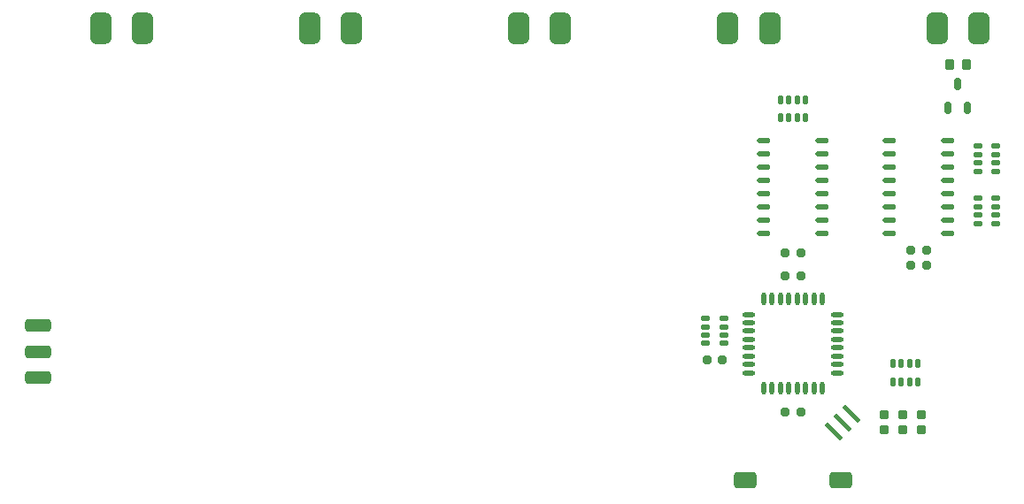
<source format=gtp>
G04*
G04 #@! TF.GenerationSoftware,Altium Limited,Altium Designer,18.0.7 (293)*
G04*
G04 Layer_Color=8421504*
%FSLAX25Y25*%
%MOIN*%
G70*
G01*
G75*
G04:AMPARAMS|DCode=20|XSize=23.62mil|YSize=45.28mil|CornerRadius=5.91mil|HoleSize=0mil|Usage=FLASHONLY|Rotation=180.000|XOffset=0mil|YOffset=0mil|HoleType=Round|Shape=RoundedRectangle|*
%AMROUNDEDRECTD20*
21,1,0.02362,0.03347,0,0,180.0*
21,1,0.01181,0.04528,0,0,180.0*
1,1,0.01181,-0.00591,0.01673*
1,1,0.01181,0.00591,0.01673*
1,1,0.01181,0.00591,-0.01673*
1,1,0.01181,-0.00591,-0.01673*
%
%ADD20ROUNDEDRECTD20*%
G04:AMPARAMS|DCode=21|XSize=118.11mil|YSize=78.74mil|CornerRadius=19.68mil|HoleSize=0mil|Usage=FLASHONLY|Rotation=270.000|XOffset=0mil|YOffset=0mil|HoleType=Round|Shape=RoundedRectangle|*
%AMROUNDEDRECTD21*
21,1,0.11811,0.03937,0,0,270.0*
21,1,0.07874,0.07874,0,0,270.0*
1,1,0.03937,-0.01968,-0.03937*
1,1,0.03937,-0.01968,0.03937*
1,1,0.03937,0.01968,0.03937*
1,1,0.03937,0.01968,-0.03937*
%
%ADD21ROUNDEDRECTD21*%
G04:AMPARAMS|DCode=22|XSize=31.5mil|YSize=31.5mil|CornerRadius=7.87mil|HoleSize=0mil|Usage=FLASHONLY|Rotation=270.000|XOffset=0mil|YOffset=0mil|HoleType=Round|Shape=RoundedRectangle|*
%AMROUNDEDRECTD22*
21,1,0.03150,0.01575,0,0,270.0*
21,1,0.01575,0.03150,0,0,270.0*
1,1,0.01575,-0.00787,-0.00787*
1,1,0.01575,-0.00787,0.00787*
1,1,0.01575,0.00787,0.00787*
1,1,0.01575,0.00787,-0.00787*
%
%ADD22ROUNDEDRECTD22*%
G04:AMPARAMS|DCode=23|XSize=47.24mil|YSize=98.43mil|CornerRadius=11.81mil|HoleSize=0mil|Usage=FLASHONLY|Rotation=270.000|XOffset=0mil|YOffset=0mil|HoleType=Round|Shape=RoundedRectangle|*
%AMROUNDEDRECTD23*
21,1,0.04724,0.07480,0,0,270.0*
21,1,0.02362,0.09843,0,0,270.0*
1,1,0.02362,-0.03740,-0.01181*
1,1,0.02362,-0.03740,0.01181*
1,1,0.02362,0.03740,0.01181*
1,1,0.02362,0.03740,-0.01181*
%
%ADD23ROUNDEDRECTD23*%
G04:AMPARAMS|DCode=24|XSize=86.61mil|YSize=62.99mil|CornerRadius=15.75mil|HoleSize=0mil|Usage=FLASHONLY|Rotation=0.000|XOffset=0mil|YOffset=0mil|HoleType=Round|Shape=RoundedRectangle|*
%AMROUNDEDRECTD24*
21,1,0.08661,0.03150,0,0,0.0*
21,1,0.05512,0.06299,0,0,0.0*
1,1,0.03150,0.02756,-0.01575*
1,1,0.03150,-0.02756,-0.01575*
1,1,0.03150,-0.02756,0.01575*
1,1,0.03150,0.02756,0.01575*
%
%ADD24ROUNDEDRECTD24*%
G04:AMPARAMS|DCode=25|XSize=17.72mil|YSize=35.43mil|CornerRadius=4.43mil|HoleSize=0mil|Usage=FLASHONLY|Rotation=0.000|XOffset=0mil|YOffset=0mil|HoleType=Round|Shape=RoundedRectangle|*
%AMROUNDEDRECTD25*
21,1,0.01772,0.02657,0,0,0.0*
21,1,0.00886,0.03543,0,0,0.0*
1,1,0.00886,0.00443,-0.01329*
1,1,0.00886,-0.00443,-0.01329*
1,1,0.00886,-0.00443,0.01329*
1,1,0.00886,0.00443,0.01329*
%
%ADD25ROUNDEDRECTD25*%
G04:AMPARAMS|DCode=26|XSize=31.5mil|YSize=31.5mil|CornerRadius=4.72mil|HoleSize=0mil|Usage=FLASHONLY|Rotation=0.000|XOffset=0mil|YOffset=0mil|HoleType=Round|Shape=RoundedRectangle|*
%AMROUNDEDRECTD26*
21,1,0.03150,0.02205,0,0,0.0*
21,1,0.02205,0.03150,0,0,0.0*
1,1,0.00945,0.01102,-0.01102*
1,1,0.00945,-0.01102,-0.01102*
1,1,0.00945,-0.01102,0.01102*
1,1,0.00945,0.01102,0.01102*
%
%ADD26ROUNDEDRECTD26*%
G04:AMPARAMS|DCode=27|XSize=17.72mil|YSize=35.43mil|CornerRadius=4.43mil|HoleSize=0mil|Usage=FLASHONLY|Rotation=270.000|XOffset=0mil|YOffset=0mil|HoleType=Round|Shape=RoundedRectangle|*
%AMROUNDEDRECTD27*
21,1,0.01772,0.02657,0,0,270.0*
21,1,0.00886,0.03543,0,0,270.0*
1,1,0.00886,-0.01329,-0.00443*
1,1,0.00886,-0.01329,0.00443*
1,1,0.00886,0.01329,0.00443*
1,1,0.00886,0.01329,-0.00443*
%
%ADD27ROUNDEDRECTD27*%
%ADD28O,0.05118X0.02284*%
%ADD29O,0.01968X0.04724*%
%ADD30O,0.04724X0.01968*%
G04:AMPARAMS|DCode=31|XSize=39.37mil|YSize=35.43mil|CornerRadius=8.86mil|HoleSize=0mil|Usage=FLASHONLY|Rotation=270.000|XOffset=0mil|YOffset=0mil|HoleType=Round|Shape=RoundedRectangle|*
%AMROUNDEDRECTD31*
21,1,0.03937,0.01772,0,0,270.0*
21,1,0.02165,0.03543,0,0,270.0*
1,1,0.01772,-0.00886,-0.01083*
1,1,0.01772,-0.00886,0.01083*
1,1,0.01772,0.00886,0.01083*
1,1,0.01772,0.00886,-0.01083*
%
%ADD31ROUNDEDRECTD31*%
G04:AMPARAMS|DCode=32|XSize=15.75mil|YSize=82.68mil|CornerRadius=0mil|HoleSize=0mil|Usage=FLASHONLY|Rotation=225.000|XOffset=0mil|YOffset=0mil|HoleType=Round|Shape=Rectangle|*
%AMROTATEDRECTD32*
4,1,4,-0.02366,0.03480,0.03480,-0.02366,0.02366,-0.03480,-0.03480,0.02366,-0.02366,0.03480,0.0*
%
%ADD32ROTATEDRECTD32*%

D20*
X370276Y166831D02*
D03*
X377756D02*
D03*
X374016Y175689D02*
D03*
D21*
X366142Y196850D02*
D03*
X381890D02*
D03*
X287402D02*
D03*
X303150D02*
D03*
X208661D02*
D03*
X224410D02*
D03*
X129921D02*
D03*
X145669D02*
D03*
X51181D02*
D03*
X66929D02*
D03*
D22*
X356299Y107283D02*
D03*
X362205D02*
D03*
X356299Y113189D02*
D03*
X362205D02*
D03*
X285433Y71850D02*
D03*
X279528D02*
D03*
X309055Y52165D02*
D03*
X314961D02*
D03*
X309055Y112205D02*
D03*
X314961D02*
D03*
X309055Y103346D02*
D03*
X314961D02*
D03*
D23*
X27559Y64961D02*
D03*
Y84646D02*
D03*
Y74803D02*
D03*
D24*
X330118Y26575D02*
D03*
X293898D02*
D03*
D25*
X349606Y70276D02*
D03*
X352756D02*
D03*
X355906D02*
D03*
X359055D02*
D03*
Y63583D02*
D03*
X355906D02*
D03*
X352756D02*
D03*
X349606D02*
D03*
X307283Y162992D02*
D03*
X310433D02*
D03*
X313583D02*
D03*
X316732D02*
D03*
Y169685D02*
D03*
X313583D02*
D03*
X310433D02*
D03*
X307283D02*
D03*
D26*
X360236Y45276D02*
D03*
Y51181D02*
D03*
X353346Y45276D02*
D03*
Y51181D02*
D03*
X346457Y45276D02*
D03*
Y51181D02*
D03*
D27*
X388189Y152362D02*
D03*
Y149212D02*
D03*
Y146062D02*
D03*
Y142913D02*
D03*
X381496D02*
D03*
Y146062D02*
D03*
Y149212D02*
D03*
Y152362D02*
D03*
X388189Y132676D02*
D03*
Y129527D02*
D03*
Y126377D02*
D03*
Y123228D02*
D03*
X381496D02*
D03*
Y126377D02*
D03*
Y129527D02*
D03*
Y132676D02*
D03*
X285827Y77953D02*
D03*
Y81102D02*
D03*
Y84252D02*
D03*
Y87402D02*
D03*
X279134D02*
D03*
Y84252D02*
D03*
Y81102D02*
D03*
Y77953D02*
D03*
D28*
X370276Y154311D02*
D03*
Y149311D02*
D03*
Y144311D02*
D03*
Y139311D02*
D03*
Y119311D02*
D03*
Y124311D02*
D03*
Y129311D02*
D03*
Y134311D02*
D03*
X348228D02*
D03*
Y129311D02*
D03*
Y124311D02*
D03*
Y119311D02*
D03*
Y139311D02*
D03*
Y144311D02*
D03*
Y149311D02*
D03*
Y154311D02*
D03*
X300984Y154311D02*
D03*
Y149311D02*
D03*
Y144311D02*
D03*
Y139311D02*
D03*
Y119311D02*
D03*
Y124311D02*
D03*
Y129311D02*
D03*
Y134311D02*
D03*
X323031D02*
D03*
Y129311D02*
D03*
Y124311D02*
D03*
Y119311D02*
D03*
Y139311D02*
D03*
Y144311D02*
D03*
Y149311D02*
D03*
Y154311D02*
D03*
D29*
X300984Y61171D02*
D03*
X304134D02*
D03*
X307283D02*
D03*
X310433D02*
D03*
X313583D02*
D03*
X316732D02*
D03*
X319882D02*
D03*
X323031D02*
D03*
Y94636D02*
D03*
X319882D02*
D03*
X316732D02*
D03*
X313583D02*
D03*
X310433D02*
D03*
X307283D02*
D03*
X304134D02*
D03*
X300984D02*
D03*
D30*
X328740Y66880D02*
D03*
Y70029D02*
D03*
Y73179D02*
D03*
Y76329D02*
D03*
Y79478D02*
D03*
Y82628D02*
D03*
Y85777D02*
D03*
Y88927D02*
D03*
X295276D02*
D03*
Y85777D02*
D03*
Y82628D02*
D03*
Y79478D02*
D03*
Y76329D02*
D03*
Y73179D02*
D03*
Y70029D02*
D03*
Y66880D02*
D03*
D31*
X377165Y183071D02*
D03*
X370866D02*
D03*
D32*
X327368Y44888D02*
D03*
X330709Y48228D02*
D03*
X334049Y51569D02*
D03*
M02*

</source>
